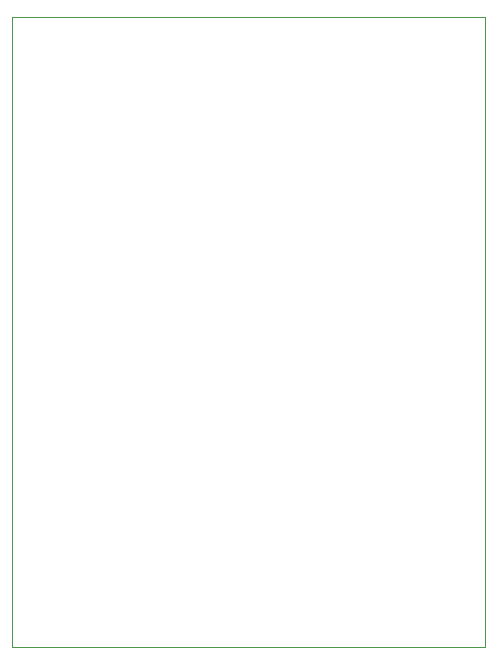
<source format=gbr>
%TF.GenerationSoftware,KiCad,Pcbnew,7.0.2-0*%
%TF.CreationDate,2023-06-06T17:10:40+02:00*%
%TF.ProjectId,SCAN2000_driver,5343414e-3230-4303-905f-647269766572,1.0*%
%TF.SameCoordinates,Original*%
%TF.FileFunction,Profile,NP*%
%FSLAX46Y46*%
G04 Gerber Fmt 4.6, Leading zero omitted, Abs format (unit mm)*
G04 Created by KiCad (PCBNEW 7.0.2-0) date 2023-06-06 17:10:40*
%MOMM*%
%LPD*%
G01*
G04 APERTURE LIST*
%TA.AperFunction,Profile*%
%ADD10C,0.100000*%
%TD*%
G04 APERTURE END LIST*
D10*
X76200000Y-43180000D02*
X116205000Y-43180000D01*
X116205000Y-96520000D01*
X76200000Y-96520000D01*
X76200000Y-43180000D01*
M02*

</source>
